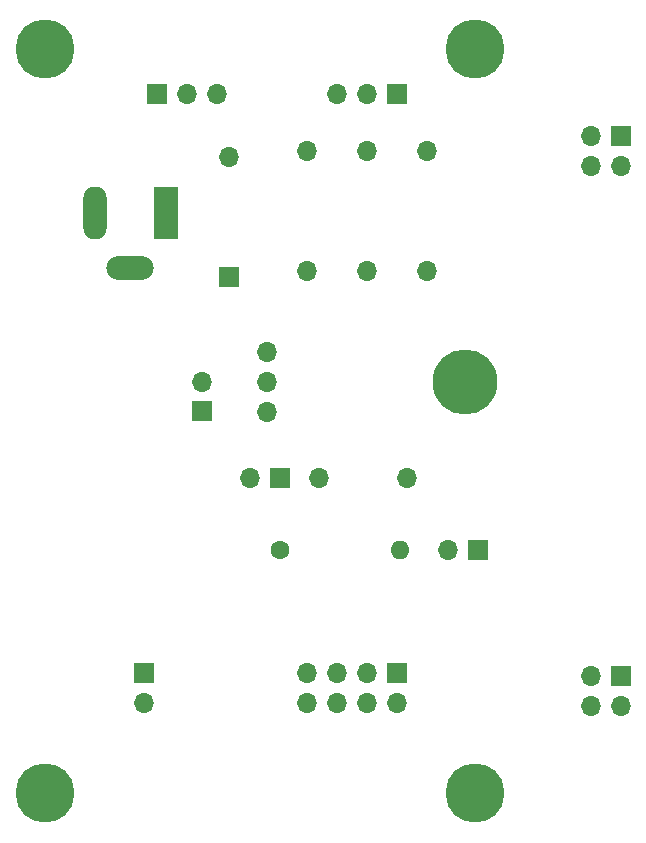
<source format=gbr>
%TF.GenerationSoftware,KiCad,Pcbnew,7.0.2*%
%TF.CreationDate,2023-05-16T16:52:15-04:00*%
%TF.ProjectId,breadboard_psu,62726561-6462-46f6-9172-645f7073752e,A*%
%TF.SameCoordinates,Original*%
%TF.FileFunction,Soldermask,Bot*%
%TF.FilePolarity,Negative*%
%FSLAX46Y46*%
G04 Gerber Fmt 4.6, Leading zero omitted, Abs format (unit mm)*
G04 Created by KiCad (PCBNEW 7.0.2) date 2023-05-16 16:52:15*
%MOMM*%
%LPD*%
G01*
G04 APERTURE LIST*
G04 Aperture macros list*
%AMRoundRect*
0 Rectangle with rounded corners*
0 $1 Rounding radius*
0 $2 $3 $4 $5 $6 $7 $8 $9 X,Y pos of 4 corners*
0 Add a 4 corners polygon primitive as box body*
4,1,4,$2,$3,$4,$5,$6,$7,$8,$9,$2,$3,0*
0 Add four circle primitives for the rounded corners*
1,1,$1+$1,$2,$3*
1,1,$1+$1,$4,$5*
1,1,$1+$1,$6,$7*
1,1,$1+$1,$8,$9*
0 Add four rect primitives between the rounded corners*
20,1,$1+$1,$2,$3,$4,$5,0*
20,1,$1+$1,$4,$5,$6,$7,0*
20,1,$1+$1,$6,$7,$8,$9,0*
20,1,$1+$1,$8,$9,$2,$3,0*%
G04 Aperture macros list end*
%ADD10R,1.700000X1.700000*%
%ADD11O,1.700000X1.700000*%
%ADD12C,2.900000*%
%ADD13C,5.000000*%
%ADD14R,2.000000X4.500000*%
%ADD15RoundRect,1.000000X0.000000X-1.250000X0.000000X-1.250000X0.000000X1.250000X0.000000X1.250000X0*%
%ADD16RoundRect,1.000000X-1.000000X0.000000X1.000000X0.000000X1.000000X0.000000X-1.000000X0.000000X0*%
%ADD17C,5.500000*%
%ADD18C,1.600000*%
%ADD19O,1.600000X1.600000*%
G04 APERTURE END LIST*
D10*
%TO.C,J3*%
X144678400Y-116586000D03*
D11*
X142138400Y-116586000D03*
X144678400Y-119126000D03*
X142138400Y-119126000D03*
%TD*%
D10*
%TO.C,J2*%
X144678400Y-70866000D03*
D11*
X142138400Y-70866000D03*
X144678400Y-73406000D03*
X142138400Y-73406000D03*
%TD*%
D10*
%TO.C,D2*%
X132553400Y-105918000D03*
D11*
X130013400Y-105918000D03*
%TD*%
D12*
%TO.C,H4*%
X132334000Y-126492000D03*
D13*
X132334000Y-126492000D03*
%TD*%
D14*
%TO.C,J1*%
X106124000Y-77342000D03*
D15*
X100124000Y-77342000D03*
D16*
X103124000Y-82042000D03*
%TD*%
D11*
%TO.C,U1*%
X131382000Y-91694000D03*
X114722000Y-89154000D03*
X114722000Y-91694000D03*
X114722000Y-94234000D03*
D17*
X131486000Y-91694000D03*
%TD*%
D11*
%TO.C,H1*%
X95885000Y-63500000D03*
D13*
X95885000Y-63500000D03*
%TD*%
D18*
%TO.C,R1*%
X115824000Y-105918000D03*
D19*
X125984000Y-105918000D03*
%TD*%
D11*
%TO.C,R4*%
X118110000Y-72136000D03*
X118110000Y-82296000D03*
%TD*%
%TO.C,H3*%
X132334000Y-63500000D03*
D13*
X132334000Y-63500000D03*
%TD*%
D10*
%TO.C,SW2*%
X125730000Y-67310000D03*
D11*
X123190000Y-67310000D03*
X120650000Y-67310000D03*
%TD*%
D10*
%TO.C,D1*%
X111506000Y-82804000D03*
D11*
X111506000Y-72644000D03*
%TD*%
D10*
%TO.C,C1*%
X115759113Y-99822000D03*
D11*
X113259113Y-99822000D03*
%TD*%
%TO.C,R3*%
X123190000Y-82296000D03*
X123190000Y-72136000D03*
%TD*%
%TO.C,R2*%
X128270000Y-72136000D03*
X128270000Y-82296000D03*
%TD*%
D12*
%TO.C,H2*%
X95885000Y-126492000D03*
D13*
X95885000Y-126492000D03*
%TD*%
D11*
%TO.C,C2*%
X119054113Y-99822000D03*
X126554113Y-99822000D03*
%TD*%
D10*
%TO.C,J5*%
X104292400Y-116332000D03*
D11*
X104292400Y-118872000D03*
%TD*%
D10*
%TO.C,SW1*%
X105410000Y-67310000D03*
D11*
X107950000Y-67310000D03*
X110490000Y-67310000D03*
%TD*%
%TO.C,J4*%
X118110000Y-118872000D03*
X118110000Y-116332000D03*
X120650000Y-118872000D03*
X120650000Y-116332000D03*
X123190000Y-118872000D03*
X123190000Y-116332000D03*
X125730000Y-118872000D03*
D10*
X125730000Y-116332000D03*
%TD*%
%TO.C,C3*%
X109220000Y-94146380D03*
D11*
X109220000Y-91646380D03*
%TD*%
M02*

</source>
